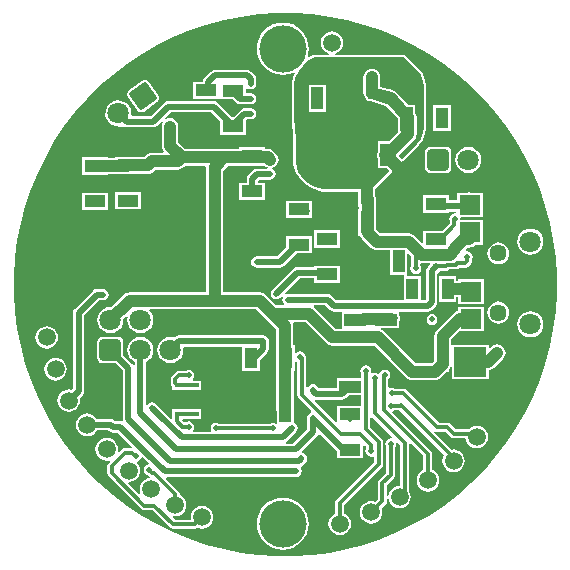
<source format=gbl>
G04*
G04 #@! TF.GenerationSoftware,Altium Limited,Altium Designer,18.1.7 (191)*
G04*
G04 Layer_Physical_Order=2*
G04 Layer_Color=16711680*
%FSLAX43Y43*%
%MOMM*%
G71*
G01*
G75*
%ADD10C,0.500*%
%ADD14R,2.000X0.400*%
%ADD15R,1.870X1.030*%
%ADD29R,1.750X1.700*%
%ADD30C,1.800*%
G04:AMPARAMS|DCode=31|XSize=1.8mm|YSize=1.8mm|CornerRadius=0.225mm|HoleSize=0mm|Usage=FLASHONLY|Rotation=215.000|XOffset=0mm|YOffset=0mm|HoleType=Round|Shape=RoundedRectangle|*
%AMROUNDEDRECTD31*
21,1,1.800,1.350,0,0,215.0*
21,1,1.350,1.800,0,0,215.0*
1,1,0.450,-0.940,0.166*
1,1,0.450,0.166,0.940*
1,1,0.450,0.940,-0.166*
1,1,0.450,-0.166,-0.940*
%
%ADD31ROUNDEDRECTD31*%
G04:AMPARAMS|DCode=32|XSize=1.8mm|YSize=1.8mm|CornerRadius=0.225mm|HoleSize=0mm|Usage=FLASHONLY|Rotation=0.000|XOffset=0mm|YOffset=0mm|HoleType=Round|Shape=RoundedRectangle|*
%AMROUNDEDRECTD32*
21,1,1.800,1.350,0,0,0.0*
21,1,1.350,1.800,0,0,0.0*
1,1,0.450,0.675,-0.675*
1,1,0.450,-0.675,-0.675*
1,1,0.450,-0.675,0.675*
1,1,0.450,0.675,0.675*
%
%ADD32ROUNDEDRECTD32*%
%ADD33C,1.450*%
%ADD34C,1.500*%
%ADD35C,4.000*%
%ADD37C,1.000*%
%ADD38C,0.350*%
%ADD39C,0.550*%
%ADD40C,0.500*%
%ADD41R,2.670X2.540*%
%ADD42R,0.762X1.270*%
%ADD43R,1.800X1.050*%
%ADD44R,1.050X1.800*%
%ADD45R,1.030X1.870*%
G36*
X145256Y89902D02*
X146749Y89705D01*
X148226Y89411D01*
X149680Y89021D01*
X151106Y88537D01*
X152497Y87961D01*
X153848Y87295D01*
X155152Y86542D01*
X156404Y85705D01*
X157599Y84789D01*
X158731Y83796D01*
X159796Y82731D01*
X160789Y81599D01*
X161705Y80404D01*
X162542Y79152D01*
X163295Y77848D01*
X163961Y76497D01*
X164537Y75106D01*
X165021Y73680D01*
X165411Y72226D01*
X165705Y70749D01*
X165902Y69256D01*
X166000Y67753D01*
Y67000D01*
Y66247D01*
X165902Y64744D01*
X165705Y63251D01*
X165411Y61774D01*
X165021Y60320D01*
X164537Y58894D01*
X163961Y57503D01*
X163295Y56152D01*
X162542Y54848D01*
X161705Y53596D01*
X160789Y52401D01*
X159796Y51269D01*
X158731Y50204D01*
X157599Y49211D01*
X156404Y48295D01*
X155152Y47458D01*
X153848Y46705D01*
X152497Y46039D01*
X151106Y45463D01*
X149680Y44979D01*
X148226Y44589D01*
X146749Y44295D01*
X145256Y44098D01*
X143753Y44000D01*
X142247D01*
X140744Y44098D01*
X139251Y44295D01*
X137774Y44589D01*
X136320Y44979D01*
X134894Y45463D01*
X133503Y46039D01*
X132152Y46705D01*
X130848Y47458D01*
X129596Y48295D01*
X128401Y49211D01*
X127269Y50204D01*
X126204Y51269D01*
X125211Y52401D01*
X124295Y53596D01*
X123458Y54848D01*
X122705Y56152D01*
X122039Y57503D01*
X121463Y58894D01*
X120979Y60320D01*
X120589Y61774D01*
X120295Y63251D01*
X120098Y64744D01*
X120000Y66247D01*
Y67000D01*
Y67753D01*
X120098Y69256D01*
X120295Y70749D01*
X120589Y72226D01*
X120979Y73680D01*
X121463Y75106D01*
X122039Y76497D01*
X122705Y77848D01*
X123458Y79152D01*
X124295Y80404D01*
X125211Y81599D01*
X126204Y82731D01*
X127269Y83796D01*
X128401Y84789D01*
X129596Y85705D01*
X130848Y86542D01*
X132152Y87295D01*
X133503Y87961D01*
X134894Y88537D01*
X136320Y89021D01*
X137774Y89411D01*
X139251Y89705D01*
X140744Y89902D01*
X142247Y90000D01*
X143753D01*
X145256Y89902D01*
D02*
G37*
%LPC*%
G36*
X139762Y85184D02*
X137037D01*
X136862Y85149D01*
X136713Y85049D01*
X136163Y84499D01*
X136063Y84351D01*
X136033Y84200D01*
X135225D01*
Y82750D01*
X137425D01*
X137500Y82700D01*
Y82700D01*
X138563D01*
X138838Y82426D01*
X138987Y82326D01*
X139162Y82291D01*
X140087D01*
X140263Y82326D01*
X140412Y82426D01*
X140511Y82574D01*
X140546Y82750D01*
X140511Y82926D01*
X140412Y83074D01*
X140263Y83174D01*
X140087Y83209D01*
X139700D01*
Y83590D01*
X139827Y83658D01*
X139912Y83601D01*
X140087Y83566D01*
X140263Y83601D01*
X140412Y83701D01*
X140511Y83849D01*
X140546Y84025D01*
Y84400D01*
X140511Y84576D01*
X140412Y84724D01*
X140087Y85049D01*
X139938Y85149D01*
X139762Y85184D01*
D02*
G37*
G36*
X131197Y84324D02*
X131028Y84320D01*
X130873Y84252D01*
X129767Y83478D01*
X129650Y83355D01*
X129589Y83198D01*
X129592Y83029D01*
X129661Y82874D01*
X130435Y81768D01*
X130557Y81651D01*
X130715Y81590D01*
X130884Y81594D01*
X131038Y81662D01*
X132144Y82436D01*
X132261Y82558D01*
X132322Y82716D01*
X132319Y82885D01*
X132251Y83040D01*
X131476Y84146D01*
X131354Y84262D01*
X131197Y84324D01*
D02*
G37*
G36*
X157000Y82225D02*
X155550D01*
Y80025D01*
X157000D01*
Y82225D01*
D02*
G37*
G36*
X142779Y89204D02*
X142348Y89162D01*
X141933Y89036D01*
X141551Y88832D01*
X141216Y88557D01*
X140941Y88222D01*
X140737Y87840D01*
X140611Y87425D01*
X140569Y86994D01*
X140611Y86562D01*
X140737Y86148D01*
X140941Y85766D01*
X141216Y85431D01*
X141551Y85156D01*
X141933Y84951D01*
X142348Y84826D01*
X142779Y84783D01*
X143211Y84826D01*
X143625Y84951D01*
X143716Y85000D01*
X143816Y84909D01*
X143679Y84579D01*
X143675Y84560D01*
X143668Y84541D01*
X143570Y84050D01*
Y84030D01*
X143566Y84011D01*
Y83760D01*
Y81150D01*
X143567Y81144D01*
X143566Y81138D01*
X143671Y79294D01*
Y77374D01*
X143675Y77354D01*
Y77334D01*
X143757Y76922D01*
X143765Y76903D01*
X143769Y76883D01*
X143929Y76495D01*
X143941Y76478D01*
X143948Y76460D01*
X144182Y76110D01*
X144196Y76096D01*
X144207Y76079D01*
X144612Y75675D01*
X144789Y75498D01*
X144805Y75487D01*
X144820Y75473D01*
X145236Y75195D01*
X145254Y75187D01*
X145271Y75176D01*
X145733Y74984D01*
X145753Y74980D01*
X145771Y74973D01*
X146262Y74875D01*
X146282D01*
X146302Y74871D01*
X149198D01*
Y73617D01*
X149266D01*
Y73410D01*
X149196D01*
Y71140D01*
X149360D01*
X149397Y71050D01*
X149509Y70904D01*
X150273Y70141D01*
X150419Y70029D01*
X150589Y69958D01*
X150772Y69934D01*
X151880D01*
Y67865D01*
X153017D01*
X153045Y67750D01*
X153045D01*
Y65699D01*
X147330D01*
X146951Y66078D01*
X146794Y66183D01*
X146609Y66219D01*
X143231D01*
X143045Y66183D01*
X143041Y66180D01*
X142960Y66279D01*
X144222Y67541D01*
X145425D01*
Y67150D01*
X147625D01*
Y68600D01*
X145425D01*
Y68509D01*
X144022D01*
X144022Y68509D01*
X143836Y68472D01*
X143679Y68367D01*
X141898Y66586D01*
X141793Y66429D01*
X141756Y66243D01*
X141793Y66058D01*
X141898Y65901D01*
X142055Y65796D01*
X142240Y65759D01*
X142425Y65796D01*
X142582Y65901D01*
X142687Y66005D01*
X142786Y65924D01*
X142783Y65921D01*
X142746Y65735D01*
X142783Y65550D01*
X142888Y65393D01*
X142921Y65371D01*
X142883Y65244D01*
X142230D01*
X141324Y66149D01*
X141178Y66261D01*
X141008Y66332D01*
X140825Y66356D01*
X137731D01*
Y76658D01*
X138142Y77069D01*
X141267D01*
X141372Y76989D01*
X141499Y76936D01*
X141474Y76809D01*
X140600D01*
X140424Y76774D01*
X140276Y76674D01*
X139876Y76274D01*
X139776Y76126D01*
X139741Y75950D01*
Y75650D01*
X139100D01*
Y74200D01*
X141300D01*
Y75650D01*
X140700D01*
X140676Y75777D01*
X140790Y75891D01*
X141725D01*
X141901Y75926D01*
X142049Y76026D01*
X142149Y76174D01*
X142184Y76350D01*
X142149Y76526D01*
X142049Y76674D01*
X141901Y76774D01*
X141855Y76783D01*
X141859Y76912D01*
X141908Y76918D01*
X142078Y76989D01*
X142224Y77101D01*
X142336Y77247D01*
X142407Y77417D01*
X142431Y77600D01*
X142407Y77783D01*
X142336Y77953D01*
X142224Y78099D01*
X142049Y78274D01*
X141903Y78386D01*
X141733Y78457D01*
X141550Y78481D01*
X141300D01*
Y78650D01*
X139100D01*
Y78481D01*
X134521D01*
X133956Y79046D01*
Y80395D01*
X133932Y80577D01*
X133861Y80748D01*
X133749Y80894D01*
X133603Y81006D01*
X133433Y81077D01*
X133250Y81101D01*
X133067Y81077D01*
X132897Y81006D01*
X132894Y81004D01*
X132810Y81100D01*
X133301Y81591D01*
X136749D01*
X137500Y80840D01*
Y79700D01*
X139700D01*
Y80989D01*
X139727Y81016D01*
X140087D01*
X140263Y81051D01*
X140412Y81151D01*
X140511Y81299D01*
X140546Y81475D01*
X140511Y81651D01*
X140412Y81799D01*
X140263Y81899D01*
X140087Y81934D01*
X139537D01*
X139362Y81899D01*
X139213Y81799D01*
X138651Y81237D01*
X138473Y81237D01*
X137292Y82417D01*
X137135Y82522D01*
X136950Y82559D01*
X133101D01*
X132915Y82522D01*
X132758Y82417D01*
X131625Y81284D01*
X130086D01*
X129972Y81411D01*
X129980Y81597D01*
X129918Y81879D01*
X129784Y82136D01*
X129588Y82350D01*
X129344Y82506D01*
X129068Y82593D01*
X128778Y82605D01*
X128496Y82543D01*
X128239Y82409D01*
X128025Y82213D01*
X127869Y81969D01*
X127782Y81693D01*
X127770Y81403D01*
X127832Y81121D01*
X127966Y80864D01*
X128162Y80650D01*
X128406Y80494D01*
X128682Y80407D01*
X128972Y80395D01*
X129238Y80454D01*
X129390Y80353D01*
X129575Y80316D01*
X131826D01*
X132011Y80353D01*
X132168Y80458D01*
X132545Y80835D01*
X132641Y80751D01*
X132639Y80748D01*
X132568Y80577D01*
X132544Y80395D01*
Y78754D01*
X132568Y78571D01*
X132639Y78401D01*
X132721Y78293D01*
X132670Y78166D01*
X131719D01*
X131536Y78142D01*
X131366Y78072D01*
X131220Y77959D01*
X131066Y77806D01*
X130773D01*
Y77825D01*
X128573D01*
Y77756D01*
X127973D01*
Y77775D01*
X125773D01*
Y76325D01*
X127973D01*
Y76344D01*
X129623D01*
X129805Y76368D01*
X129822Y76375D01*
X130773D01*
Y76394D01*
X131359D01*
X131542Y76418D01*
X131712Y76489D01*
X131858Y76601D01*
X132011Y76754D01*
X133914D01*
X134097Y76778D01*
X134267Y76849D01*
X134413Y76961D01*
X134521Y77069D01*
X136238D01*
X136322Y76973D01*
X136319Y76950D01*
Y66356D01*
X129820D01*
X129637Y66332D01*
X129467Y66261D01*
X129321Y66149D01*
X128283Y65112D01*
X128185Y65124D01*
X127898Y65087D01*
X127630Y64976D01*
X127401Y64800D01*
X127224Y64570D01*
X127113Y64302D01*
X127076Y64015D01*
X127113Y63728D01*
X127224Y63460D01*
X127401Y63230D01*
X127630Y63054D01*
X127898Y62943D01*
X128185Y62906D01*
X128472Y62943D01*
X128740Y63054D01*
X128970Y63230D01*
X129146Y63460D01*
X129257Y63728D01*
X129295Y64015D01*
X129282Y64113D01*
X129548Y64379D01*
X129656Y64307D01*
X129653Y64302D01*
X129616Y64015D01*
X129653Y63728D01*
X129764Y63460D01*
X129941Y63230D01*
X130170Y63054D01*
X130438Y62943D01*
X130725Y62906D01*
X131012Y62943D01*
X131280Y63054D01*
X131510Y63230D01*
X131686Y63460D01*
X131797Y63728D01*
X131835Y64015D01*
X131797Y64302D01*
X131686Y64570D01*
X131510Y64800D01*
X131478Y64824D01*
X131519Y64944D01*
X140533D01*
X141438Y64038D01*
X142244Y63233D01*
Y60675D01*
Y56425D01*
X142268Y56242D01*
X142305Y56153D01*
Y55319D01*
X142178Y55252D01*
X142145Y55274D01*
X141969Y55309D01*
X141793Y55274D01*
X141731Y55232D01*
X137388D01*
X137326Y55274D01*
X137150Y55309D01*
X136974Y55274D01*
X136826Y55174D01*
X136726Y55026D01*
X136691Y54850D01*
X136725Y54682D01*
X136725Y54660D01*
X136660Y54555D01*
X135211D01*
X135164Y54682D01*
X135243Y54799D01*
X135278Y54975D01*
X135243Y55151D01*
X135143Y55299D01*
X134994Y55399D01*
X134819Y55434D01*
X134643Y55399D01*
X134581Y55357D01*
X134442D01*
X134250Y55549D01*
X134303Y55676D01*
X135850D01*
Y56476D01*
X133450D01*
Y55968D01*
X133447Y55955D01*
Y55693D01*
X133330Y55644D01*
X132669Y56305D01*
X132596Y56414D01*
X132521Y56464D01*
X132067Y56917D01*
X131910Y57022D01*
X131725Y57059D01*
X131540Y57022D01*
X131383Y56917D01*
X131336Y56848D01*
X131209Y56887D01*
Y60485D01*
X131280Y60514D01*
X131510Y60690D01*
X131686Y60920D01*
X131797Y61188D01*
X131835Y61475D01*
X131797Y61762D01*
X131686Y62030D01*
X131510Y62260D01*
X131280Y62436D01*
X131012Y62547D01*
X130725Y62584D01*
X130438Y62547D01*
X130170Y62436D01*
X129941Y62260D01*
X129764Y62030D01*
X129653Y61762D01*
X129616Y61475D01*
X129653Y61188D01*
X129764Y60920D01*
X129941Y60690D01*
X130170Y60514D01*
X130241Y60485D01*
Y60248D01*
X130215Y60227D01*
X130046Y60252D01*
X130024Y60284D01*
X129293Y61016D01*
Y62150D01*
X129260Y62316D01*
X129166Y62456D01*
X129026Y62550D01*
X128860Y62583D01*
X127510D01*
X127344Y62550D01*
X127204Y62456D01*
X127110Y62316D01*
X127077Y62150D01*
Y60800D01*
X127110Y60634D01*
X127204Y60494D01*
X127344Y60400D01*
X127510Y60367D01*
X128644D01*
X129241Y59770D01*
Y55625D01*
X129262Y55520D01*
X129160Y55412D01*
X129049Y55434D01*
X128624D01*
X128565Y55492D01*
X128408Y55597D01*
X128223Y55634D01*
X127076D01*
X126928Y55828D01*
X126729Y55980D01*
X126498Y56076D01*
X126250Y56108D01*
X126002Y56076D01*
X125771Y55980D01*
X125572Y55828D01*
X125420Y55629D01*
X125324Y55398D01*
X125292Y55150D01*
X125324Y54902D01*
X125420Y54671D01*
X125572Y54472D01*
X125771Y54320D01*
X126002Y54224D01*
X126250Y54192D01*
X126498Y54224D01*
X126729Y54320D01*
X126928Y54472D01*
X127076Y54666D01*
X128022D01*
X128080Y54608D01*
X128238Y54503D01*
X128423Y54466D01*
X128848D01*
X130020Y53294D01*
X130001Y53226D01*
X129963Y53171D01*
X129439D01*
X129292Y53142D01*
X129168Y53059D01*
X128927Y52818D01*
X128807Y52878D01*
X128833Y53075D01*
X128801Y53323D01*
X128705Y53554D01*
X128553Y53753D01*
X128354Y53905D01*
X128123Y54001D01*
X127875Y54033D01*
X127627Y54001D01*
X127396Y53905D01*
X127197Y53753D01*
X127045Y53554D01*
X126949Y53323D01*
X126917Y53075D01*
X126949Y52827D01*
X127045Y52596D01*
X127197Y52397D01*
X127396Y52245D01*
X127627Y52149D01*
X127875Y52117D01*
X128072Y52143D01*
X128132Y52023D01*
X128055Y51945D01*
X127972Y51821D01*
X127943Y51675D01*
Y51050D01*
X127972Y50904D01*
X128055Y50780D01*
X130805Y48030D01*
X130929Y47947D01*
X131075Y47918D01*
X131767D01*
X133230Y46455D01*
X133354Y46372D01*
X133500Y46343D01*
X135372D01*
X135518Y46372D01*
X135590Y46420D01*
X135699Y46374D01*
X135947Y46342D01*
X136195Y46374D01*
X136426Y46470D01*
X136624Y46622D01*
X136777Y46821D01*
X136872Y47052D01*
X136905Y47300D01*
X136872Y47548D01*
X136777Y47779D01*
X136624Y47978D01*
X136426Y48130D01*
X136195Y48226D01*
X135947Y48258D01*
X135699Y48226D01*
X135468Y48130D01*
X135269Y47978D01*
X135117Y47779D01*
X135021Y47548D01*
X134989Y47300D01*
X135001Y47203D01*
X134918Y47107D01*
X133658D01*
X133462Y47304D01*
X133521Y47424D01*
X133675Y47404D01*
X133923Y47436D01*
X134154Y47532D01*
X134353Y47684D01*
X134505Y47883D01*
X134601Y48114D01*
X134633Y48362D01*
X134601Y48610D01*
X134505Y48841D01*
X134353Y49039D01*
X134154Y49192D01*
X134057Y49232D01*
Y49292D01*
X134028Y49439D01*
X133945Y49563D01*
X132919Y50589D01*
X132972Y50716D01*
X143900D01*
X144085Y50753D01*
X144242Y50858D01*
X144347Y51015D01*
X144384Y51200D01*
X144347Y51385D01*
X144297Y51461D01*
X144356Y51602D01*
X144360Y51603D01*
X144517Y51708D01*
X144711Y51902D01*
X144816Y52059D01*
X144853Y52244D01*
X144853Y52244D01*
Y52294D01*
X144816Y52479D01*
X144711Y52636D01*
X144554Y52741D01*
X144431Y52766D01*
X144386Y52901D01*
X145691Y54207D01*
X145767Y54319D01*
X145914Y54351D01*
X147400Y52865D01*
Y52300D01*
X149600D01*
Y53355D01*
X149717Y53404D01*
X149856Y53265D01*
Y53138D01*
X149815Y53076D01*
X149780Y52900D01*
X149815Y52724D01*
X149914Y52576D01*
X150063Y52476D01*
X150238Y52441D01*
X150391Y52471D01*
X150518Y52404D01*
Y51958D01*
X147338Y48778D01*
X147255Y48654D01*
X147226Y48508D01*
Y47645D01*
X147129Y47605D01*
X146931Y47453D01*
X146778Y47254D01*
X146683Y47023D01*
X146650Y46775D01*
X146683Y46527D01*
X146778Y46296D01*
X146931Y46097D01*
X147129Y45945D01*
X147360Y45849D01*
X147608Y45817D01*
X147856Y45849D01*
X148087Y45945D01*
X148286Y46097D01*
X148438Y46296D01*
X148534Y46527D01*
X148566Y46775D01*
X148534Y47023D01*
X148438Y47254D01*
X148286Y47453D01*
X148087Y47605D01*
X147990Y47645D01*
Y48350D01*
X151170Y51530D01*
X151253Y51654D01*
X151282Y51800D01*
Y53705D01*
X151253Y53851D01*
X151170Y53975D01*
X150207Y54938D01*
Y55754D01*
X150217Y55761D01*
X150334Y55800D01*
X152046Y54088D01*
X151984Y53971D01*
X151920Y53984D01*
X151744Y53949D01*
X151596Y53849D01*
X151496Y53701D01*
X151461Y53525D01*
X151496Y53349D01*
X151543Y53280D01*
Y51083D01*
X150951Y50492D01*
X150868Y50368D01*
X150839Y50221D01*
Y48830D01*
X150620Y48610D01*
X150523Y48651D01*
X150275Y48683D01*
X150027Y48651D01*
X149796Y48555D01*
X149597Y48403D01*
X149445Y48204D01*
X149349Y47973D01*
X149317Y47725D01*
X149349Y47477D01*
X149445Y47246D01*
X149597Y47047D01*
X149796Y46895D01*
X150027Y46799D01*
X150275Y46767D01*
X150523Y46799D01*
X150754Y46895D01*
X150953Y47047D01*
X151105Y47246D01*
X151201Y47477D01*
X151233Y47725D01*
X151201Y47973D01*
X151160Y48070D01*
X151492Y48401D01*
X151574Y48525D01*
X151604Y48671D01*
Y48912D01*
X151731Y48920D01*
X151749Y48777D01*
X151845Y48546D01*
X151997Y48347D01*
X152196Y48195D01*
X152427Y48099D01*
X152675Y48067D01*
X152923Y48099D01*
X153154Y48195D01*
X153353Y48347D01*
X153505Y48546D01*
X153601Y48777D01*
X153633Y49025D01*
X153601Y49273D01*
X153505Y49504D01*
X153482Y49533D01*
Y53522D01*
X153609Y53575D01*
X154693Y52492D01*
Y51320D01*
X154596Y51280D01*
X154397Y51128D01*
X154245Y50929D01*
X154149Y50698D01*
X154117Y50450D01*
X154149Y50202D01*
X154245Y49971D01*
X154397Y49772D01*
X154596Y49620D01*
X154827Y49524D01*
X155075Y49492D01*
X155323Y49524D01*
X155554Y49620D01*
X155753Y49772D01*
X155905Y49971D01*
X156001Y50202D01*
X156033Y50450D01*
X156001Y50698D01*
X155905Y50929D01*
X155753Y51128D01*
X155554Y51280D01*
X155457Y51320D01*
Y52650D01*
X155428Y52796D01*
X155345Y52920D01*
X152062Y56204D01*
X152103Y56342D01*
X152150Y56351D01*
X152212Y56393D01*
X152642D01*
X156435Y52599D01*
X156420Y52579D01*
X156324Y52348D01*
X156292Y52100D01*
X156324Y51852D01*
X156420Y51621D01*
X156572Y51422D01*
X156771Y51270D01*
X157002Y51174D01*
X157250Y51142D01*
X157498Y51174D01*
X157729Y51270D01*
X157928Y51422D01*
X158080Y51621D01*
X158176Y51852D01*
X158208Y52100D01*
X158176Y52348D01*
X158080Y52579D01*
X157928Y52778D01*
X157729Y52930D01*
X157498Y53026D01*
X157250Y53058D01*
X157080Y53036D01*
X155557Y54559D01*
X155638Y54657D01*
X155729Y54597D01*
X155875Y54568D01*
X156567D01*
X157030Y54105D01*
X157154Y54022D01*
X157300Y53993D01*
X158256D01*
X158274Y53852D01*
X158370Y53621D01*
X158522Y53422D01*
X158721Y53270D01*
X158952Y53174D01*
X159200Y53142D01*
X159448Y53174D01*
X159679Y53270D01*
X159878Y53422D01*
X160030Y53621D01*
X160126Y53852D01*
X160158Y54100D01*
X160126Y54348D01*
X160030Y54579D01*
X159878Y54778D01*
X159679Y54930D01*
X159448Y55026D01*
X159200Y55058D01*
X158952Y55026D01*
X158721Y54930D01*
X158522Y54778D01*
X158507Y54757D01*
X157458D01*
X156995Y55220D01*
X156871Y55303D01*
X156725Y55332D01*
X156033D01*
X153270Y58095D01*
X153146Y58178D01*
X153000Y58207D01*
X152238D01*
X152176Y58249D01*
X152000Y58284D01*
X151859Y58256D01*
X151732Y58328D01*
Y59014D01*
X151749Y59026D01*
X151849Y59174D01*
X151884Y59350D01*
X151849Y59526D01*
X151749Y59674D01*
X151601Y59774D01*
X151425Y59809D01*
X151249Y59774D01*
X151101Y59674D01*
X151001Y59526D01*
X150996Y59501D01*
X150981Y59489D01*
X150857Y59453D01*
X150751Y59524D01*
X150575Y59559D01*
X150399Y59524D01*
X150358Y59496D01*
X150334Y59508D01*
X150255Y59580D01*
X150284Y59725D01*
X150249Y59901D01*
X150149Y60049D01*
X150001Y60149D01*
X149825Y60184D01*
X149649Y60149D01*
X149501Y60049D01*
X149401Y59901D01*
X149366Y59725D01*
X149401Y59549D01*
X149443Y59487D01*
Y59070D01*
X147365D01*
Y58231D01*
X145804D01*
X145802Y58233D01*
X145786Y58310D01*
X145681Y58467D01*
X145524Y58572D01*
X145339Y58609D01*
X145153Y58572D01*
X144996Y58467D01*
X144909Y58337D01*
X144782Y58364D01*
Y60775D01*
X144753Y60921D01*
X144720Y60972D01*
X144699Y61076D01*
X144599Y61224D01*
X144451Y61324D01*
X144275Y61359D01*
X144099Y61324D01*
X143951Y61224D01*
X143825Y61265D01*
Y61875D01*
X143656D01*
Y63525D01*
X143632Y63704D01*
X143631Y63731D01*
X143711Y63831D01*
X144720D01*
X146501Y62051D01*
X146647Y61939D01*
X146817Y61868D01*
X147000Y61844D01*
X150533D01*
X153226Y59151D01*
X153372Y59039D01*
X153542Y58968D01*
X153725Y58944D01*
X155689D01*
X155872Y58968D01*
X156042Y59039D01*
X156189Y59151D01*
X156666Y59628D01*
X156905D01*
Y59892D01*
X156935Y59932D01*
X157006Y60102D01*
X157013Y60155D01*
X157140Y60147D01*
Y58993D01*
X160210D01*
Y59763D01*
X160346Y59781D01*
X160516Y59852D01*
X160663Y59964D01*
X161449Y60751D01*
X161561Y60897D01*
X161632Y61067D01*
X161656Y61250D01*
X161632Y61433D01*
X161561Y61603D01*
X161449Y61749D01*
X161303Y61861D01*
X161133Y61932D01*
X160950Y61956D01*
X160767Y61932D01*
X160597Y61861D01*
X160451Y61749D01*
X160327Y61626D01*
X160210Y61674D01*
Y61933D01*
X157157D01*
X157140Y61933D01*
X157030Y61975D01*
Y62357D01*
X157724Y63051D01*
X159796D01*
Y65151D01*
X157646D01*
Y64811D01*
X157617Y64807D01*
X157447Y64736D01*
X157301Y64624D01*
X155825Y63148D01*
X155713Y63002D01*
X155642Y62832D01*
X155618Y62649D01*
Y60577D01*
X155397Y60356D01*
X154017D01*
X151324Y63049D01*
X151178Y63161D01*
X151114Y63188D01*
X151139Y63315D01*
X152660D01*
Y63942D01*
X152722Y64036D01*
X152757Y64211D01*
X152722Y64387D01*
X152660Y64480D01*
Y64731D01*
X155055D01*
X155240Y64768D01*
X155397Y64872D01*
X155740Y65215D01*
X155845Y65372D01*
X155882Y65557D01*
Y67947D01*
X156101Y68166D01*
X156574D01*
X156720Y68196D01*
X156844Y68278D01*
X156858Y68293D01*
X157453D01*
X157600Y68322D01*
X157724Y68405D01*
X157741Y68422D01*
X158187D01*
X158334Y68451D01*
X158458Y68534D01*
X158690Y68766D01*
X158773Y68891D01*
X158802Y69037D01*
Y69130D01*
X158844Y69192D01*
X158879Y69367D01*
X158844Y69543D01*
X158744Y69692D01*
X158595Y69791D01*
X158420Y69826D01*
X158377Y69818D01*
X158233Y69918D01*
X158229Y69945D01*
X158429Y70144D01*
X158575D01*
X158758Y70168D01*
X158928Y70239D01*
X159074Y70351D01*
X159115Y70404D01*
X159725D01*
Y72504D01*
X157897D01*
X157816Y72602D01*
X157816Y72604D01*
X157816Y72605D01*
X157897Y72704D01*
X159725D01*
Y74804D01*
X158730D01*
X158575Y74834D01*
X158420Y74804D01*
X157575D01*
Y74168D01*
X156887D01*
Y74558D01*
X154687D01*
Y73108D01*
X156887D01*
Y73199D01*
X157442D01*
X157451Y73173D01*
X157358Y73063D01*
X157354Y73062D01*
X157182Y73027D01*
X157033Y72928D01*
X156934Y72779D01*
X156899Y72604D01*
X156934Y72428D01*
X156943Y72415D01*
Y72190D01*
X156311Y71558D01*
X154687D01*
Y70596D01*
X154560Y70543D01*
X153963Y71139D01*
X153817Y71251D01*
X153647Y71322D01*
X153464Y71346D01*
X151064D01*
X150715Y71696D01*
Y72034D01*
X150691Y72217D01*
X150678Y72248D01*
Y74199D01*
X150681Y74225D01*
X150657Y74408D01*
X150628Y74477D01*
Y75115D01*
X151953Y76439D01*
X151997Y76505D01*
X152012Y76584D01*
Y76668D01*
X151997Y76746D01*
X151953Y76812D01*
X151953Y76812D01*
X151756Y77009D01*
X151690Y77053D01*
X151611Y77069D01*
X151034D01*
Y77728D01*
X151018Y77806D01*
X150992Y77870D01*
X150975Y78000D01*
X150992Y78130D01*
X151018Y78194D01*
X151034Y78272D01*
Y78931D01*
X151774D01*
X151775Y78931D01*
X151853Y78947D01*
X151919Y78991D01*
X152728Y79800D01*
X152772Y79866D01*
X152787Y79944D01*
X152772Y80022D01*
X152754Y80066D01*
Y81038D01*
X152747Y81072D01*
X152742Y81107D01*
X152739Y81111D01*
X152738Y81116D01*
X152719Y81145D01*
X152701Y81175D01*
X151693Y82284D01*
X151678Y82295D01*
X151666Y82308D01*
X151647Y82318D01*
X151629Y82331D01*
X151611Y82336D01*
X151595Y82344D01*
X150232Y82712D01*
X150160Y82742D01*
X150160Y82742D01*
X150160Y82742D01*
X150099Y82767D01*
X150048Y82806D01*
X150048Y82807D01*
X150048Y82807D01*
X149986Y82854D01*
X149979Y82860D01*
X149892Y82975D01*
X149842Y83095D01*
X149823Y83238D01*
Y84562D01*
X149842Y84704D01*
X149892Y84825D01*
X149971Y84929D01*
X150075Y85008D01*
X150195Y85058D01*
X150325Y85075D01*
X150454Y85058D01*
X150575Y85008D01*
X150679Y84929D01*
X150758Y84825D01*
X150808Y84704D01*
X150827Y84562D01*
Y83747D01*
X150830Y83734D01*
X150829Y83721D01*
X150837Y83696D01*
X150843Y83669D01*
X150850Y83658D01*
X150854Y83646D01*
X150872Y83626D01*
X150887Y83603D01*
X150898Y83596D01*
X150907Y83586D01*
X150931Y83574D01*
X150953Y83559D01*
X150966Y83556D01*
X150978Y83551D01*
X152042Y83263D01*
X152043Y83263D01*
X152046Y83262D01*
X152055Y83260D01*
X152059Y83259D01*
X152062Y83259D01*
X152099Y83241D01*
X152111Y83239D01*
X152121Y83232D01*
X152144Y83225D01*
X152145Y83224D01*
X152163Y83217D01*
X152164Y83216D01*
X152164Y83216D01*
X152165Y83216D01*
X152179Y83206D01*
X152188Y83202D01*
X152214Y83181D01*
X152224Y83175D01*
X152233Y83166D01*
X152253Y83153D01*
X152255Y83151D01*
X152270Y83140D01*
X152270Y83139D01*
X152271Y83138D01*
X152283Y83124D01*
X152292Y83117D01*
X152300Y83108D01*
X152306Y83103D01*
X153228Y82088D01*
X153232Y82085D01*
X153235Y82081D01*
X153264Y82061D01*
X153292Y82041D01*
X153297Y82039D01*
X153301Y82037D01*
X153335Y82030D01*
X153370Y82021D01*
X153374Y82022D01*
X153379Y82021D01*
X153796D01*
Y81526D01*
X153801Y81499D01*
X153803Y81473D01*
X153809Y81461D01*
X153812Y81448D01*
X153826Y81425D01*
X153838Y81401D01*
X153866Y81366D01*
X153886Y81309D01*
X153889Y81304D01*
X153890Y81299D01*
X153913Y81243D01*
X153918Y81183D01*
X153919Y81178D01*
X153919Y81173D01*
X153927Y81112D01*
Y79800D01*
X153908Y79658D01*
X153858Y79537D01*
X153771Y79423D01*
X152411Y78063D01*
X152367Y77997D01*
X152351Y77919D01*
X152367Y77840D01*
X152411Y77774D01*
X152705Y77480D01*
X152771Y77436D01*
X152849Y77420D01*
X152927Y77436D01*
X152993Y77480D01*
X154150Y78637D01*
X154150Y78637D01*
X154327Y78814D01*
X154338Y78830D01*
X154352Y78845D01*
X154630Y79261D01*
X154638Y79279D01*
X154649Y79296D01*
X154841Y79758D01*
X154845Y79778D01*
X154852Y79796D01*
X154950Y80287D01*
Y80307D01*
X154954Y80327D01*
Y80577D01*
Y83523D01*
Y83773D01*
X154950Y83793D01*
Y83813D01*
X154852Y84304D01*
X154845Y84322D01*
X154841Y84342D01*
X154649Y84804D01*
X154638Y84821D01*
X154630Y84839D01*
X154352Y85255D01*
X154338Y85270D01*
X154327Y85286D01*
X154150Y85463D01*
X154150Y85463D01*
X153219Y86394D01*
X153219Y86394D01*
X153153Y86438D01*
X153075Y86454D01*
X147224D01*
X147198Y86574D01*
X147429Y86670D01*
X147628Y86822D01*
X147780Y87021D01*
X147876Y87252D01*
X147908Y87500D01*
X147876Y87748D01*
X147780Y87979D01*
X147628Y88178D01*
X147429Y88330D01*
X147198Y88426D01*
X146950Y88458D01*
X146702Y88426D01*
X146471Y88330D01*
X146272Y88178D01*
X146120Y87979D01*
X146024Y87748D01*
X145992Y87500D01*
X146024Y87252D01*
X146120Y87021D01*
X146272Y86822D01*
X146471Y86670D01*
X146702Y86574D01*
X146676Y86454D01*
X145477D01*
X145457Y86450D01*
X145437D01*
X145272Y86417D01*
X145254Y86410D01*
X145234Y86406D01*
X145079Y86341D01*
X145062Y86330D01*
X145043Y86322D01*
X144998Y86292D01*
X144890Y86373D01*
X144948Y86562D01*
X144990Y86994D01*
X144948Y87425D01*
X144822Y87840D01*
X144617Y88222D01*
X144343Y88557D01*
X144008Y88832D01*
X143625Y89036D01*
X143211Y89162D01*
X142779Y89204D01*
D02*
G37*
G36*
X156625Y78683D02*
X155275D01*
X155109Y78650D01*
X154969Y78556D01*
X154875Y78416D01*
X154842Y78250D01*
Y76900D01*
X154875Y76734D01*
X154969Y76594D01*
X155109Y76500D01*
X155275Y76467D01*
X156625D01*
X156791Y76500D01*
X156931Y76594D01*
X157025Y76734D01*
X157058Y76900D01*
Y78250D01*
X157025Y78416D01*
X156931Y78556D01*
X156791Y78650D01*
X156625Y78683D01*
D02*
G37*
G36*
X158490Y78685D02*
X158203Y78647D01*
X157935Y78536D01*
X157705Y78360D01*
X157529Y78130D01*
X157418Y77862D01*
X157381Y77575D01*
X157418Y77288D01*
X157529Y77020D01*
X157705Y76790D01*
X157935Y76614D01*
X158203Y76503D01*
X158490Y76466D01*
X158777Y76503D01*
X159045Y76614D01*
X159275Y76790D01*
X159451Y77020D01*
X159562Y77288D01*
X159599Y77575D01*
X159562Y77862D01*
X159451Y78130D01*
X159275Y78360D01*
X159045Y78536D01*
X158777Y78647D01*
X158490Y78685D01*
D02*
G37*
G36*
X129667Y74830D02*
X129642Y74825D01*
X128573D01*
Y73375D01*
X130773D01*
Y74825D01*
X129692D01*
X129667Y74830D01*
D02*
G37*
G36*
X126917Y74779D02*
X126896Y74775D01*
X125773D01*
Y73325D01*
X127973D01*
Y74775D01*
X126938D01*
X126917Y74779D01*
D02*
G37*
G36*
X145250Y74125D02*
X143050D01*
Y72675D01*
X145250D01*
Y73154D01*
X145264Y73225D01*
X145250Y73296D01*
Y74125D01*
D02*
G37*
G36*
X147625Y71600D02*
X145425D01*
Y70150D01*
X147625D01*
Y71600D01*
D02*
G37*
G36*
X163750Y71759D02*
X163463Y71722D01*
X163195Y71611D01*
X162965Y71435D01*
X162789Y71205D01*
X162678Y70937D01*
X162641Y70650D01*
X162678Y70363D01*
X162789Y70095D01*
X162965Y69865D01*
X163195Y69689D01*
X163463Y69578D01*
X163750Y69541D01*
X164037Y69578D01*
X164305Y69689D01*
X164535Y69865D01*
X164711Y70095D01*
X164822Y70363D01*
X164859Y70650D01*
X164822Y70937D01*
X164711Y71205D01*
X164535Y71435D01*
X164305Y71611D01*
X164037Y71722D01*
X163750Y71759D01*
D02*
G37*
G36*
X161050Y70583D02*
X160809Y70551D01*
X160584Y70458D01*
X160390Y70310D01*
X160242Y70116D01*
X160149Y69891D01*
X160117Y69650D01*
X160149Y69409D01*
X160242Y69184D01*
X160390Y68990D01*
X160584Y68842D01*
X160809Y68749D01*
X161050Y68717D01*
X161291Y68749D01*
X161517Y68842D01*
X161710Y68990D01*
X161858Y69184D01*
X161951Y69409D01*
X161983Y69650D01*
X161951Y69891D01*
X161858Y70116D01*
X161710Y70310D01*
X161517Y70458D01*
X161291Y70551D01*
X161050Y70583D01*
D02*
G37*
G36*
X145250Y71125D02*
X143050D01*
Y70135D01*
X142335Y69420D01*
X140589D01*
X140404Y69383D01*
X140247Y69278D01*
X140142Y69121D01*
X140105Y68936D01*
X140142Y68750D01*
X140247Y68593D01*
X140404Y68488D01*
X140589Y68451D01*
X142536D01*
X142721Y68488D01*
X142878Y68593D01*
X143960Y69675D01*
X145250D01*
Y71125D01*
D02*
G37*
G36*
X157495Y67750D02*
X156045D01*
Y65550D01*
X157495D01*
Y65944D01*
X157646D01*
Y65351D01*
X159796D01*
Y67451D01*
X157646D01*
Y67356D01*
X157495D01*
Y67750D01*
D02*
G37*
G36*
X161050Y65583D02*
X160809Y65551D01*
X160584Y65458D01*
X160390Y65310D01*
X160242Y65117D01*
X160149Y64891D01*
X160117Y64650D01*
X160149Y64409D01*
X160242Y64184D01*
X160390Y63990D01*
X160584Y63842D01*
X160809Y63749D01*
X161050Y63717D01*
X161291Y63749D01*
X161517Y63842D01*
X161710Y63990D01*
X161858Y64184D01*
X161951Y64409D01*
X161983Y64650D01*
X161951Y64891D01*
X161858Y65117D01*
X161710Y65310D01*
X161517Y65458D01*
X161291Y65551D01*
X161050Y65583D01*
D02*
G37*
G36*
X155423Y64518D02*
X155247Y64483D01*
X155098Y64383D01*
X154999Y64234D01*
X154964Y64059D01*
X154999Y63883D01*
X155098Y63734D01*
X155247Y63635D01*
X155423Y63600D01*
X155598Y63635D01*
X155747Y63734D01*
X155846Y63883D01*
X155881Y64059D01*
X155846Y64234D01*
X155747Y64383D01*
X155598Y64483D01*
X155423Y64518D01*
D02*
G37*
G36*
X163750Y64759D02*
X163463Y64722D01*
X163195Y64611D01*
X162965Y64435D01*
X162789Y64205D01*
X162678Y63937D01*
X162641Y63650D01*
X162678Y63363D01*
X162789Y63095D01*
X162965Y62865D01*
X163195Y62689D01*
X163463Y62578D01*
X163750Y62541D01*
X164037Y62578D01*
X164305Y62689D01*
X164535Y62865D01*
X164711Y63095D01*
X164822Y63363D01*
X164859Y63650D01*
X164822Y63937D01*
X164711Y64205D01*
X164535Y64435D01*
X164305Y64611D01*
X164037Y64722D01*
X163750Y64759D01*
D02*
G37*
G36*
X141150Y62709D02*
X134015D01*
X133830Y62672D01*
X133673Y62567D01*
X133636Y62512D01*
X133552Y62547D01*
X133265Y62584D01*
X132978Y62547D01*
X132710Y62436D01*
X132481Y62260D01*
X132304Y62030D01*
X132193Y61762D01*
X132156Y61475D01*
X132193Y61188D01*
X132304Y60920D01*
X132481Y60690D01*
X132710Y60514D01*
X132978Y60403D01*
X133265Y60366D01*
X133552Y60403D01*
X133820Y60514D01*
X134050Y60690D01*
X134226Y60920D01*
X134337Y61188D01*
X134375Y61475D01*
X134352Y61645D01*
X134436Y61741D01*
X139375D01*
Y59675D01*
X140825D01*
Y60601D01*
X141474Y61251D01*
X141574Y61399D01*
X141609Y61575D01*
Y62097D01*
X141634Y62225D01*
X141597Y62410D01*
X141492Y62567D01*
X141335Y62672D01*
X141150Y62709D01*
D02*
G37*
G36*
X122800Y63498D02*
X122552Y63465D01*
X122321Y63369D01*
X122122Y63217D01*
X121970Y63019D01*
X121874Y62788D01*
X121842Y62540D01*
X121874Y62292D01*
X121970Y62061D01*
X122122Y61862D01*
X122321Y61710D01*
X122552Y61614D01*
X122800Y61581D01*
X123048Y61614D01*
X123279Y61710D01*
X123478Y61862D01*
X123630Y62061D01*
X123726Y62292D01*
X123758Y62540D01*
X123726Y62788D01*
X123630Y63019D01*
X123478Y63217D01*
X123279Y63369D01*
X123048Y63465D01*
X122800Y63498D01*
D02*
G37*
G36*
X123550Y60808D02*
X123302Y60776D01*
X123071Y60680D01*
X122872Y60528D01*
X122720Y60329D01*
X122624Y60098D01*
X122592Y59850D01*
X122624Y59602D01*
X122720Y59371D01*
X122872Y59172D01*
X123071Y59020D01*
X123302Y58924D01*
X123550Y58892D01*
X123798Y58924D01*
X124029Y59020D01*
X124228Y59172D01*
X124380Y59371D01*
X124476Y59602D01*
X124508Y59850D01*
X124476Y60098D01*
X124380Y60329D01*
X124228Y60528D01*
X124029Y60680D01*
X123798Y60776D01*
X123550Y60808D01*
D02*
G37*
G36*
X127576Y66651D02*
X127030D01*
X126844Y66615D01*
X126687Y66510D01*
X125158Y64980D01*
X125053Y64823D01*
X125016Y64637D01*
Y58238D01*
X124904Y58126D01*
X124663Y58158D01*
X124415Y58126D01*
X124184Y58030D01*
X123985Y57878D01*
X123833Y57679D01*
X123737Y57448D01*
X123705Y57200D01*
X123737Y56952D01*
X123833Y56721D01*
X123985Y56522D01*
X124184Y56370D01*
X124415Y56274D01*
X124663Y56242D01*
X124911Y56274D01*
X125142Y56370D01*
X125340Y56522D01*
X125493Y56721D01*
X125588Y56952D01*
X125621Y57200D01*
X125589Y57441D01*
X125842Y57695D01*
X125947Y57852D01*
X125984Y58037D01*
X125984Y58037D01*
Y64437D01*
X127230Y65683D01*
X127576D01*
X127761Y65720D01*
X127918Y65825D01*
X128023Y65982D01*
X128060Y66167D01*
X128023Y66353D01*
X127918Y66510D01*
X127761Y66615D01*
X127576Y66651D01*
D02*
G37*
G36*
X134850Y59784D02*
X134674Y59749D01*
X134612Y59707D01*
X134024D01*
X133878Y59678D01*
X133754Y59595D01*
X133416Y59258D01*
X133333Y59134D01*
X133304Y58988D01*
Y58649D01*
X133333Y58503D01*
X133416Y58378D01*
X133450Y58345D01*
Y58076D01*
X135850D01*
Y58876D01*
X135216D01*
X135174Y59001D01*
X135274Y59149D01*
X135309Y59325D01*
X135274Y59501D01*
X135174Y59649D01*
X135026Y59749D01*
X134850Y59784D01*
D02*
G37*
G36*
X142779Y48986D02*
X142348Y48943D01*
X141933Y48817D01*
X141551Y48613D01*
X141216Y48338D01*
X140941Y48003D01*
X140737Y47621D01*
X140611Y47206D01*
X140569Y46775D01*
X140611Y46344D01*
X140737Y45929D01*
X140941Y45547D01*
X141216Y45212D01*
X141551Y44937D01*
X141933Y44733D01*
X142348Y44607D01*
X142779Y44564D01*
X143211Y44607D01*
X143625Y44733D01*
X144008Y44937D01*
X144343Y45212D01*
X144617Y45547D01*
X144822Y45929D01*
X144948Y46344D01*
X144990Y46775D01*
X144948Y47206D01*
X144822Y47621D01*
X144617Y48003D01*
X144343Y48338D01*
X144008Y48613D01*
X143625Y48817D01*
X143211Y48943D01*
X142779Y48986D01*
D02*
G37*
%LPD*%
G36*
X154006Y85319D02*
X154183Y85142D01*
X154461Y84726D01*
X154652Y84264D01*
X154750Y83773D01*
Y83523D01*
Y80577D01*
Y80327D01*
X154652Y79836D01*
X154461Y79374D01*
X154183Y78958D01*
X154006Y78781D01*
X154006D01*
X154006Y78781D01*
X152849Y77624D01*
X152555Y77919D01*
X153924Y79288D01*
X154036Y79434D01*
X154107Y79604D01*
X154131Y79787D01*
Y81125D01*
X154121Y81200D01*
X154115Y81275D01*
X154109Y81291D01*
X154107Y81308D01*
X154078Y81378D01*
X154053Y81449D01*
X154043Y81462D01*
X154036Y81478D01*
X154000Y81526D01*
Y82225D01*
X153379D01*
X152447Y83250D01*
X152432Y83263D01*
X152424Y83273D01*
X152407Y83286D01*
X152388Y83308D01*
X152345Y83336D01*
X152307Y83369D01*
X152289Y83377D01*
X152278Y83386D01*
X152258Y83394D01*
X152234Y83410D01*
X152186Y83426D01*
X152140Y83448D01*
X152122Y83451D01*
X152108Y83457D01*
X151031Y83747D01*
Y84575D01*
X151007Y84758D01*
X150936Y84928D01*
X150824Y85074D01*
X150678Y85186D01*
X150508Y85257D01*
X150325Y85281D01*
X150142Y85257D01*
X149972Y85186D01*
X149826Y85074D01*
X149714Y84928D01*
X149643Y84758D01*
X149619Y84575D01*
Y83225D01*
X149643Y83042D01*
X149714Y82872D01*
X149826Y82726D01*
X149851Y82701D01*
X149924Y82645D01*
X149996Y82589D01*
X149996Y82589D01*
X149997Y82589D01*
X150081Y82554D01*
X150166Y82518D01*
X151542Y82147D01*
X152550Y81038D01*
Y80025D01*
X152550D01*
X152584Y79944D01*
X151775Y79135D01*
X150830D01*
Y78272D01*
X150793Y78183D01*
X150769Y78000D01*
X150793Y77817D01*
X150830Y77728D01*
Y76865D01*
X151611D01*
X151809Y76668D01*
Y76584D01*
X150300Y75075D01*
X146302D01*
X145811Y75173D01*
X145349Y75364D01*
X144933Y75642D01*
X144756Y75819D01*
X144351Y76224D01*
X144118Y76573D01*
X143957Y76961D01*
X143875Y77374D01*
Y79300D01*
X143770Y81150D01*
Y83760D01*
Y84011D01*
X143868Y84501D01*
X144059Y84964D01*
X144337Y85380D01*
X144514Y85556D01*
Y85557D01*
X144957Y86000D01*
X145017Y86059D01*
X145157Y86153D01*
X145312Y86217D01*
X145477Y86250D01*
X153075D01*
X154006Y85319D01*
D02*
G37*
G36*
X153669Y69437D02*
Y68615D01*
X153627Y68552D01*
X153592Y68377D01*
X153627Y68201D01*
X153727Y68052D01*
X153875Y67953D01*
X154051Y67918D01*
X154227Y67953D01*
X154375Y68052D01*
X154475Y68201D01*
X154510Y68377D01*
X154475Y68552D01*
X154433Y68615D01*
Y68764D01*
X154529Y68847D01*
X154554Y68844D01*
X155243D01*
X155292Y68727D01*
X155055Y68490D01*
X154950Y68333D01*
X154913Y68147D01*
Y65758D01*
X154854Y65699D01*
X154495D01*
Y67750D01*
X153338D01*
X153310Y67865D01*
X153310D01*
Y69630D01*
X153427Y69678D01*
X153669Y69437D01*
D02*
G37*
G36*
X146787Y64872D02*
X146944Y64768D01*
X147129Y64731D01*
X147667D01*
X147790Y64720D01*
X147790Y63290D01*
X147677Y63256D01*
X147292D01*
X145512Y65037D01*
X145398Y65124D01*
X145438Y65251D01*
X146408D01*
X146787Y64872D01*
D02*
G37*
G36*
X149443Y56750D02*
X147400D01*
Y55395D01*
X147273Y55343D01*
X145453Y57162D01*
X145516Y57280D01*
X145604Y57262D01*
X147821D01*
X148007Y57299D01*
X148164Y57404D01*
X148400Y57640D01*
X149443D01*
Y56750D01*
D02*
G37*
G36*
X144018Y60479D02*
Y57675D01*
X144047Y57529D01*
X144130Y57405D01*
X145202Y56332D01*
X145174Y56212D01*
X145158Y56197D01*
X145007Y56095D01*
X144902Y55938D01*
X144865Y55753D01*
Y54750D01*
X143674Y53559D01*
X143101D01*
X143063Y53686D01*
X143163Y53754D01*
X143917Y54508D01*
X144022Y54665D01*
X144059Y54850D01*
X144022Y55035D01*
X143917Y55192D01*
X143760Y55297D01*
X143735Y55302D01*
Y57390D01*
Y59660D01*
X143825Y59675D01*
Y60463D01*
X143952Y60525D01*
X144018Y60479D01*
D02*
G37*
G36*
X130987Y52327D02*
X130987Y52327D01*
X131434Y51880D01*
X131392Y51742D01*
X131299Y51724D01*
X131151Y51624D01*
X131051Y51476D01*
X131016Y51300D01*
X131051Y51124D01*
X131151Y50976D01*
X131299Y50876D01*
X131373Y50862D01*
X131437Y50797D01*
X131513Y50747D01*
X131482Y50614D01*
X131377Y50601D01*
X131146Y50505D01*
X130947Y50353D01*
X130795Y50154D01*
X130699Y49923D01*
X130667Y49675D01*
X130699Y49427D01*
X130721Y49374D01*
X130614Y49302D01*
X129719Y50197D01*
X129758Y50276D01*
X129783Y50312D01*
X130023Y50343D01*
X130254Y50439D01*
X130453Y50591D01*
X130605Y50790D01*
X130701Y51021D01*
X130733Y51269D01*
X130701Y51517D01*
X130605Y51748D01*
X130465Y51931D01*
X130474Y51999D01*
X130503Y52068D01*
X130557Y52079D01*
X130706Y52178D01*
X130805Y52327D01*
X130809Y52346D01*
X130931Y52383D01*
X130987Y52327D01*
D02*
G37*
G36*
X152718Y53417D02*
Y50021D01*
X152675Y49983D01*
X152427Y49951D01*
X152196Y49855D01*
X151997Y49703D01*
X151845Y49504D01*
X151749Y49273D01*
X151731Y49130D01*
X151604Y49138D01*
Y50063D01*
X152195Y50655D01*
X152278Y50779D01*
X152307Y50925D01*
Y53295D01*
X152344Y53349D01*
X152379Y53525D01*
X152366Y53589D01*
X152483Y53651D01*
X152718Y53417D01*
D02*
G37*
%LPC*%
G36*
X146435Y83910D02*
X145005D01*
Y81640D01*
X146435D01*
Y83910D01*
D02*
G37*
%LPD*%
D10*
X132254Y56071D02*
X134229Y54096D01*
X133265Y61475D02*
X134015Y62225D01*
X140087Y84025D02*
Y84400D01*
X139162Y82750D02*
X140087D01*
X134229Y54096D02*
X142821D01*
X129700Y55625D02*
X133275Y52050D01*
X129700Y55625D02*
Y59960D01*
X141150Y61575D02*
Y62225D01*
X128185Y61475D02*
X129700Y59960D01*
X140250Y60675D02*
X141150Y61575D01*
X136487Y83325D02*
Y84175D01*
X137037Y84725D01*
X139762D01*
X140087Y84400D01*
X138637Y80575D02*
X139537Y81475D01*
X140087D01*
X138637Y83275D02*
X139162Y82750D01*
X140200Y75075D02*
Y75950D01*
X140600Y76350D01*
X141725D01*
D14*
X134650Y58476D02*
D03*
Y57276D02*
D03*
Y56076D02*
D03*
D15*
X148925Y64005D02*
D03*
Y66845D02*
D03*
X151525Y64030D02*
D03*
Y66870D02*
D03*
X148500Y58355D02*
D03*
Y61195D02*
D03*
D29*
X158650Y71454D02*
D03*
Y73754D02*
D03*
X158721Y64101D02*
D03*
Y66401D02*
D03*
D30*
X128875Y81500D02*
D03*
X130725Y64015D02*
D03*
X133265D02*
D03*
Y61475D02*
D03*
X130725D02*
D03*
X128185Y64015D02*
D03*
X158490Y77575D02*
D03*
X163750Y70650D02*
D03*
Y63650D02*
D03*
D31*
X130956Y82957D02*
D03*
D32*
X128185Y61475D02*
D03*
X155950Y77575D02*
D03*
D33*
X161050Y64650D02*
D03*
Y69650D02*
D03*
D34*
X123550Y59850D02*
D03*
X122800Y62540D02*
D03*
X129775Y51269D02*
D03*
X124663Y57200D02*
D03*
X127875Y53075D02*
D03*
X126250Y55150D02*
D03*
X131625Y49675D02*
D03*
X133675Y48362D02*
D03*
X135947Y47300D02*
D03*
X147608Y46775D02*
D03*
X150275Y47725D02*
D03*
X152675Y49025D02*
D03*
X155075Y50450D02*
D03*
X157250Y52100D02*
D03*
X146950Y87500D02*
D03*
X159200Y54100D02*
D03*
D35*
X142779Y46775D02*
D03*
Y86994D02*
D03*
D37*
X149696Y64105D02*
X151908D01*
X148775Y77524D02*
X149375Y76924D01*
X149975Y76324D01*
X148775Y77524D02*
Y78000D01*
X149972Y71855D02*
Y74222D01*
X150009Y71403D02*
X150772Y70640D01*
X137850Y77775D02*
X141550D01*
X142950Y60675D02*
Y63525D01*
Y56425D02*
Y60675D01*
X157800Y64125D02*
X158605D01*
X156324Y62649D02*
X157800Y64125D01*
X158381Y66650D02*
X158605Y66425D01*
X156770Y66650D02*
X158381D01*
X133250Y78754D02*
Y80395D01*
Y78754D02*
X134229Y77775D01*
X133914Y77460D02*
X134229Y77775D01*
X131719Y77460D02*
X133914D01*
X129623Y77050D02*
X129673Y77100D01*
X126873Y77050D02*
X129623D01*
X131359Y77100D02*
X131719Y77460D01*
X129673Y77100D02*
X131359D01*
X129820Y65650D02*
X137025D01*
X128185Y64015D02*
X129820Y65650D01*
X160163Y60463D02*
X160950Y61250D01*
X158675Y60463D02*
X160163D01*
X156324D02*
Y62649D01*
X150825Y62550D02*
X153725Y59650D01*
X155689D01*
X156324Y60285D01*
Y60463D01*
X156918Y69550D02*
X157387Y70018D01*
X154554Y69550D02*
X156918D01*
X157387Y70100D02*
X158136Y70850D01*
X157387Y70018D02*
Y70100D01*
X150772Y70640D02*
X153464D01*
X154127Y69977D01*
X154554Y69550D01*
X150350Y83200D02*
X151924Y82775D01*
X150325Y83225D02*
X150350Y83200D01*
X150325Y83225D02*
Y84575D01*
X152515Y74921D02*
X152683Y74752D01*
X152515Y74921D02*
Y76960D01*
X151475Y78000D02*
X152515Y76960D01*
X151475Y78000D02*
X151638D01*
X153425Y79787D01*
Y81125D01*
X151925Y82775D02*
X153425Y81125D01*
X151924Y82775D02*
X151925Y82775D01*
X158136Y70850D02*
X158575D01*
X151908Y64105D02*
X151931Y64127D01*
X150009Y71403D02*
Y72034D01*
X134229Y77775D02*
X137850D01*
X141938Y64537D02*
X145012D01*
X149972Y74222D02*
X149975Y74225D01*
X141938Y64537D02*
X142950Y63525D01*
X140825Y65650D02*
X141938Y64537D01*
X147000Y62550D02*
X150825D01*
X145012Y64537D02*
X147000Y62550D01*
X137025Y65650D02*
X140825D01*
X137025D02*
Y76950D01*
X137850Y77775D01*
X141550D02*
X141725Y77600D01*
D38*
X151925Y50925D02*
Y53520D01*
X151920Y53525D02*
X151925Y53520D01*
X151349Y59274D02*
X151425Y59350D01*
X151349Y56376D02*
X155075Y52650D01*
X151349Y56376D02*
Y59274D01*
X151974Y56775D02*
X152776D01*
X152788Y56787D01*
X152000Y57825D02*
X153000D01*
X149983Y74752D02*
Y76083D01*
X149375Y76691D02*
X149983Y76083D01*
X149825Y54780D02*
X150900Y53705D01*
Y51800D02*
Y53705D01*
X147608Y48508D02*
X150900Y51800D01*
X150238Y52900D02*
Y53423D01*
X149312Y54350D02*
X150238Y53423D01*
X149825Y54780D02*
Y59725D01*
X147725Y54350D02*
X149312D01*
X144400Y57675D02*
X147725Y54350D01*
X133951Y56076D02*
X134650D01*
X134283Y54975D02*
X134819D01*
X133830Y55429D02*
X134283Y54975D01*
X133830Y55429D02*
Y55955D01*
X133951Y56076D01*
X133860Y58476D02*
X134650D01*
X134024Y59325D02*
X134850D01*
X133687Y58988D02*
X134024Y59325D01*
X133687Y58649D02*
Y58988D01*
Y58649D02*
X133860Y58476D01*
X155799Y68549D02*
X156574D01*
X156700Y68675D01*
X157453D01*
X157583Y68804D01*
X158187D01*
X158420Y69037D01*
Y69367D01*
X157325Y72571D02*
X157358Y72604D01*
X157325Y72032D02*
Y72571D01*
X156277Y70983D02*
X157325Y72032D01*
X149375Y76924D02*
Y77369D01*
Y76691D02*
Y76924D01*
X155787Y70983D02*
X156277D01*
X153000Y57825D02*
X155875Y54950D01*
X152788Y56787D02*
X157250Y52325D01*
X150575Y56100D02*
X153100Y53575D01*
X150575Y56100D02*
Y59100D01*
X133500Y46725D02*
X135372D01*
X131925Y48300D02*
X133500Y46725D01*
X131075Y48300D02*
X131925D01*
X128325Y51050D02*
X131075Y48300D01*
X128325Y51050D02*
Y51675D01*
X154051Y69901D02*
X154127Y69977D01*
X131475Y51300D02*
X131708Y51067D01*
X131900D02*
X133675Y49292D01*
X131708Y51067D02*
X131900D01*
X133675Y48362D02*
Y49292D01*
X135372Y46725D02*
X135947Y47300D01*
X129439Y52789D02*
X129986D01*
X128325Y51675D02*
X129439Y52789D01*
X129986D02*
X130272Y52503D01*
X130381D01*
X150275Y47725D02*
X151221Y48671D01*
Y50221D02*
X151925Y50925D01*
X151221Y48671D02*
Y50221D01*
X147608Y46775D02*
Y48508D01*
X152675Y49025D02*
X153100Y49450D01*
X155075Y50450D02*
Y52650D01*
X153100Y49450D02*
Y53575D01*
X158925Y54375D02*
X159200Y54100D01*
X157300Y54375D02*
X158925D01*
X156725Y54950D02*
X157300Y54375D01*
X157250Y52100D02*
Y52325D01*
X155875Y54950D02*
X156725D01*
X144400Y57675D02*
Y60775D01*
X144275Y60900D02*
X144400Y60775D01*
X137150Y54850D02*
X141969D01*
X154051Y68377D02*
Y69901D01*
X148375Y58300D02*
X148500Y58425D01*
D39*
X145339Y58011D02*
Y58125D01*
Y58011D02*
X145604Y57746D01*
X143875Y53075D02*
X145349Y54549D01*
Y55601D02*
Y55753D01*
Y55601D02*
X147775Y53175D01*
X145349Y54549D02*
Y55753D01*
X133101Y82075D02*
X136950D01*
X131826Y80800D02*
X133101Y82075D01*
X129575Y80800D02*
X131826D01*
X128875Y81500D02*
X129575Y80800D01*
X136950Y82075D02*
X138600Y80425D01*
X132229Y56071D02*
X132254D01*
X131725Y56575D02*
X132229Y56071D01*
X134015Y62225D02*
X141150D01*
X155787Y73683D02*
X157908D01*
X155397Y68147D02*
X155799Y68549D01*
X156620Y66650D02*
X156770D01*
X155397Y65557D02*
Y68147D01*
X155055Y65215D02*
X155397Y65557D01*
X147129Y65215D02*
X155055D01*
X146609Y65735D02*
X147129Y65215D01*
X147821Y57746D02*
X148375Y58300D01*
X145604Y57746D02*
X147821D01*
X131329Y52670D02*
X132799Y51200D01*
X131329Y52670D02*
Y52670D01*
X132799Y51200D02*
X143900D01*
X133775Y53075D02*
X143875D01*
X130725Y56125D02*
X133775Y53075D01*
X142821Y54096D02*
X143575Y54850D01*
X144369Y52244D02*
Y52294D01*
X130545Y53454D02*
X131329Y52670D01*
X130545Y53454D02*
Y53454D01*
X129049Y54950D02*
X130545Y53454D01*
X126250Y55150D02*
X128223D01*
X128423Y54950D01*
X129049D01*
X124663Y57200D02*
X125500Y58037D01*
Y64637D01*
X133304Y52079D02*
X143892D01*
X133275Y52050D02*
X133304Y52079D01*
X144175Y52050D02*
X144369Y52244D01*
X143892Y52079D02*
X143921Y52050D01*
X144175D01*
X125500Y64637D02*
X127030Y66167D01*
X127576D01*
X143231Y65735D02*
X146609D01*
X156595Y66624D02*
X156620Y66650D01*
X157908Y73683D02*
X158575Y74350D01*
X142240Y66243D02*
X144022Y68025D01*
X146525D01*
X140589Y68936D02*
X142536D01*
X144150Y70550D01*
X130725Y56125D02*
Y61475D01*
X147775Y53175D02*
X148500D01*
D40*
X126917Y74320D02*
D03*
X129667Y74371D02*
D03*
X148525Y55650D02*
D03*
X145349Y58926D02*
D03*
X145339Y58125D02*
D03*
X145349Y55753D02*
D03*
X137897Y59725D02*
D03*
X151920Y53525D02*
D03*
X151974Y56775D02*
D03*
X152000Y57825D02*
D03*
X147682Y83291D02*
D03*
Y83991D02*
D03*
Y84691D02*
D03*
Y85391D02*
D03*
X148382Y83291D02*
D03*
Y83991D02*
D03*
Y84691D02*
D03*
Y85391D02*
D03*
X149800Y77000D02*
D03*
X149100D02*
D03*
X148400D02*
D03*
X147700D02*
D03*
X147000D02*
D03*
X146300D02*
D03*
Y77700D02*
D03*
Y78400D02*
D03*
Y79100D02*
D03*
X147000Y77700D02*
D03*
Y78400D02*
D03*
Y79100D02*
D03*
X147700Y77700D02*
D03*
Y78400D02*
D03*
Y79100D02*
D03*
X148400Y77700D02*
D03*
Y78400D02*
D03*
Y79100D02*
D03*
X149100Y77700D02*
D03*
Y78400D02*
D03*
Y79100D02*
D03*
X149800Y77700D02*
D03*
Y78400D02*
D03*
Y79100D02*
D03*
X154000Y84700D02*
D03*
Y84000D02*
D03*
Y83300D02*
D03*
Y82600D02*
D03*
X153300Y85400D02*
D03*
Y84700D02*
D03*
Y84000D02*
D03*
Y83300D02*
D03*
X152600Y85400D02*
D03*
Y84700D02*
D03*
Y84000D02*
D03*
X151900Y85400D02*
D03*
Y84700D02*
D03*
Y84000D02*
D03*
Y81200D02*
D03*
Y80500D02*
D03*
Y79800D02*
D03*
X151200Y81900D02*
D03*
Y81200D02*
D03*
Y80500D02*
D03*
Y79800D02*
D03*
X150500Y81900D02*
D03*
Y81200D02*
D03*
Y80500D02*
D03*
Y79800D02*
D03*
Y79100D02*
D03*
Y78400D02*
D03*
Y77700D02*
D03*
Y77000D02*
D03*
Y76300D02*
D03*
X149800Y81900D02*
D03*
Y81200D02*
D03*
Y80500D02*
D03*
Y79800D02*
D03*
Y76300D02*
D03*
X149100Y85400D02*
D03*
Y84700D02*
D03*
Y84000D02*
D03*
Y83300D02*
D03*
Y82600D02*
D03*
Y81900D02*
D03*
Y81200D02*
D03*
Y80500D02*
D03*
Y79800D02*
D03*
Y76300D02*
D03*
X148400Y82600D02*
D03*
Y81900D02*
D03*
Y81200D02*
D03*
Y80500D02*
D03*
Y79800D02*
D03*
Y76300D02*
D03*
Y75600D02*
D03*
X147700Y82600D02*
D03*
Y81900D02*
D03*
Y81200D02*
D03*
Y80500D02*
D03*
Y79800D02*
D03*
Y76300D02*
D03*
Y75600D02*
D03*
X147000Y85400D02*
D03*
Y84700D02*
D03*
Y84000D02*
D03*
Y83300D02*
D03*
Y82600D02*
D03*
Y81900D02*
D03*
Y81200D02*
D03*
Y80500D02*
D03*
Y79800D02*
D03*
Y76300D02*
D03*
Y75600D02*
D03*
X146300Y81200D02*
D03*
Y80500D02*
D03*
Y79800D02*
D03*
Y76300D02*
D03*
Y75600D02*
D03*
X145600Y81200D02*
D03*
Y80500D02*
D03*
Y79800D02*
D03*
Y79100D02*
D03*
Y78400D02*
D03*
Y77700D02*
D03*
Y77000D02*
D03*
Y76300D02*
D03*
Y75600D02*
D03*
X144900Y81200D02*
D03*
Y80500D02*
D03*
Y79800D02*
D03*
Y79100D02*
D03*
Y78400D02*
D03*
Y77700D02*
D03*
Y77000D02*
D03*
Y76300D02*
D03*
X144200Y84000D02*
D03*
Y83300D02*
D03*
Y82600D02*
D03*
Y81900D02*
D03*
Y81200D02*
D03*
Y80500D02*
D03*
Y79800D02*
D03*
Y79100D02*
D03*
Y78400D02*
D03*
Y77700D02*
D03*
X151900Y63000D02*
D03*
X155075Y61000D02*
D03*
X137100Y80500D02*
D03*
X144059Y55597D02*
D03*
X148775Y57100D02*
D03*
X152050Y59974D02*
D03*
X157600Y58609D02*
D03*
X154638Y75300D02*
D03*
X144766Y74832D02*
D03*
X142526Y81307D02*
D03*
X141024Y56037D02*
D03*
X143656Y66500D02*
D03*
X150238Y52900D02*
D03*
X133250Y80395D02*
D03*
X134633Y57275D02*
D03*
X134850Y59325D02*
D03*
X134819Y54975D02*
D03*
X128325Y57949D02*
D03*
X131725Y56575D02*
D03*
X160950Y61250D02*
D03*
X158420Y69367D02*
D03*
X157182Y68050D02*
D03*
X157358Y72604D02*
D03*
X152683Y66800D02*
D03*
X153895Y67117D02*
D03*
X146575Y66800D02*
D03*
X145650Y72161D02*
D03*
X145811Y83225D02*
D03*
X145225Y49025D02*
D03*
X140087Y84025D02*
D03*
Y82750D02*
D03*
X150575Y59100D02*
D03*
X145811Y53475D02*
D03*
X144369Y52294D02*
D03*
X131475Y51300D02*
D03*
X130381Y52503D02*
D03*
X137200Y63806D02*
D03*
X151228Y66858D02*
D03*
X135175Y74525D02*
D03*
X162125Y75271D02*
D03*
X123900Y72517D02*
D03*
X125100Y70575D02*
D03*
X123150Y68525D02*
D03*
X138025Y47925D02*
D03*
X140850Y49525D02*
D03*
X150325Y87100D02*
D03*
Y84575D02*
D03*
X150350Y83200D02*
D03*
X144275Y60900D02*
D03*
X149825Y59725D02*
D03*
X151425Y59350D02*
D03*
X137150Y54850D02*
D03*
X143900Y51200D02*
D03*
X127576Y66167D02*
D03*
X154051Y68377D02*
D03*
X152675Y69050D02*
D03*
X143231Y65735D02*
D03*
X144805Y73225D02*
D03*
X154051Y72034D02*
D03*
X129025Y69950D02*
D03*
X137897Y58141D02*
D03*
X155423Y64059D02*
D03*
X152298Y64211D02*
D03*
X150190Y71349D02*
D03*
X142240Y66243D02*
D03*
X140589Y68936D02*
D03*
X131826Y55067D02*
D03*
X143575Y54850D02*
D03*
X141969D02*
D03*
X141150Y62225D02*
D03*
X142950Y56425D02*
D03*
Y60675D02*
D03*
X146525Y70725D02*
D03*
X156125Y81125D02*
D03*
X140087Y81475D02*
D03*
X141725Y76350D02*
D03*
Y77600D02*
D03*
D41*
X158675Y60463D02*
D03*
D42*
X156324D02*
D03*
D43*
X129673Y77100D02*
D03*
Y74100D02*
D03*
X155787Y70833D02*
D03*
Y73833D02*
D03*
X140200Y74925D02*
D03*
Y77925D02*
D03*
X138600Y83425D02*
D03*
Y80425D02*
D03*
X126873Y77050D02*
D03*
Y74050D02*
D03*
X136325Y80475D02*
D03*
Y83475D02*
D03*
X148500Y56025D02*
D03*
Y53025D02*
D03*
X144150Y70400D02*
D03*
Y73400D02*
D03*
X146525Y67875D02*
D03*
Y70875D02*
D03*
D44*
X153770Y66650D02*
D03*
X156770D02*
D03*
X156275Y81125D02*
D03*
X153275D02*
D03*
X143100Y60775D02*
D03*
X140100D02*
D03*
D45*
X145720Y82775D02*
D03*
X142880D02*
D03*
X152595Y69000D02*
D03*
X149755D02*
D03*
X149911Y72275D02*
D03*
X152751D02*
D03*
X149913Y74752D02*
D03*
X152753D02*
D03*
X148705Y78000D02*
D03*
X151545D02*
D03*
X143020Y56275D02*
D03*
X140180D02*
D03*
X143020Y58525D02*
D03*
X140180D02*
D03*
M02*

</source>
